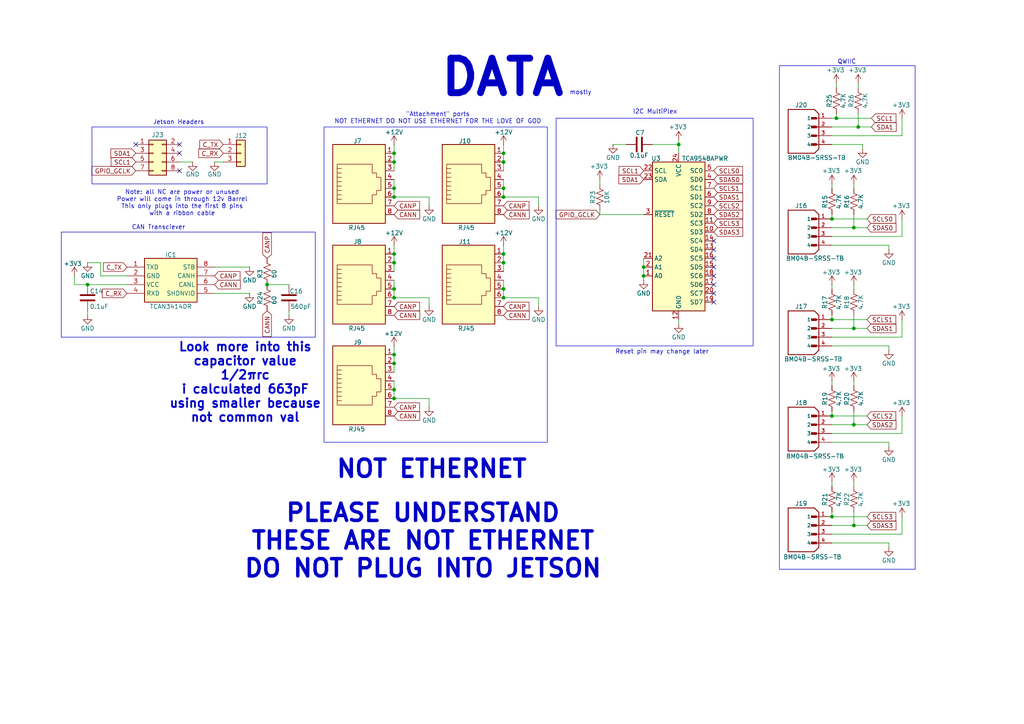
<source format=kicad_sch>
(kicad_sch (version 20231120) (generator "eeschema") (generator_version "8.0")
  (paper "A4")
  (title_block (title "Main Board 2024-2025") (rev "1.1") (company "GRR") (comment 1 "Currently WIP") (comment 2 "Please check CAN capacitor value"))
  (lib_symbols
    (symbol "Connector:RJ45" (pin_names (offset 1.016))
      (property "Reference" "J" (at -5.08 13.97 0))
      (property "Value" "RJ45" (at 2.54 13.97 0))
      (symbol "RJ45_0_1"
        (polyline (pts (xy -5.08 4.445) (xy -6.35 4.445)))
        (polyline (pts (xy -5.08 5.715) (xy -6.35 5.715)))
        (polyline (pts (xy -6.35 -3.175) (xy -5.08 -3.175) (xy -5.08 -3.175)))
        (polyline (pts (xy -6.35 -1.905) (xy -5.08 -1.905) (xy -5.08 -1.905)))
        (polyline (pts (xy -6.35 -0.635) (xy -5.08 -0.635) (xy -5.08 -0.635)))
        (polyline (pts (xy -6.35 0.635) (xy -5.08 0.635) (xy -5.08 0.635)))
        (polyline (pts (xy -6.35 1.905) (xy -5.08 1.905) (xy -5.08 1.905)))
        (polyline (pts (xy -5.08 3.175) (xy -6.35 3.175) (xy -6.35 3.175)))
        (polyline (pts (xy -6.35 -4.445) (xy -6.35 6.985) (xy 3.81 6.985) (xy 3.81 4.445) (xy 5.08 4.445) (xy 5.08 3.175) (xy 6.35 3.175) (xy 6.35 -0.635) (xy 5.08 -0.635) (xy 5.08 -1.905) (xy 3.81 -1.905) (xy 3.81 -4.445) (xy -6.35 -4.445) (xy -6.35 -4.445)))
        (rectangle (start 7.62 12.7) (end -7.62 -10.16) (stroke (width 0.254)) (fill (type background)))
      )
      (symbol "RJ45_1_1"
        (pin passive line (at 10.16 -7.62 180) (length 2.54) (name "~") (number "1"))
        (pin passive line (at 10.16 -5.08 180) (length 2.54) (name "~") (number "2"))
        (pin passive line (at 10.16 -2.54 180) (length 2.54) (name "~") (number "3"))
        (pin passive line (at 10.16 0 180) (length 2.54) (name "~") (number "4"))
        (pin passive line (at 10.16 2.54 180) (length 2.54) (name "~") (number "5"))
        (pin passive line (at 10.16 5.08 180) (length 2.54) (name "~") (number "6"))
        (pin passive line (at 10.16 7.62 180) (length 2.54) (name "~") (number "7"))
        (pin passive line (at 10.16 10.16 180) (length 2.54) (name "~") (number "8"))
      )
    )
    (symbol "Connector_Generic:Conn_01x03" (pin_names (offset 1.016) hide)
      (property "Reference" "J" (at 0 5.08 0))
      (property "Value" "Conn_01x03" (at 0 -5.08 0))
      (symbol "Conn_01x03_1_1"
        (rectangle (start -1.27 -2.413) (end 0 -2.667) (stroke (width 0.1524)))
        (rectangle (start -1.27 0.127) (end 0 -0.127) (stroke (width 0.1524)))
        (rectangle (start -1.27 2.667) (end 0 2.413) (stroke (width 0.1524)))
        (rectangle (start -1.27 3.81) (end 1.27 -3.81) (stroke (width 0.254)) (fill (type background)))
        (pin passive line (at -5.08 2.54 0) (length 3.81) (name "Pin_1") (number "1"))
        (pin passive line (at -5.08 0 0) (length 3.81) (name "Pin_2") (number "2"))
        (pin passive line (at -5.08 -2.54 0) (length 3.81) (name "Pin_3") (number "3"))
      )
    )
    (symbol "Connector_Generic:Conn_02x04_Odd_Even" (pin_names (offset 1.016) hide)
      (property "Reference" "J" (at 1.27 5.08 0))
      (property "Value" "Conn_02x04_Odd_Even" (at 1.27 -7.62 0))
      (symbol "Conn_02x04_Odd_Even_1_1"
        (rectangle (start -1.27 -4.953) (end 0 -5.207) (stroke (width 0.1524)))
        (rectangle (start -1.27 -2.413) (end 0 -2.667) (stroke (width 0.1524)))
        (rectangle (start -1.27 0.127) (end 0 -0.127) (stroke (width 0.1524)))
        (rectangle (start -1.27 2.667) (end 0 2.413) (stroke (width 0.1524)))
        (rectangle (start -1.27 3.81) (end 3.81 -6.35) (stroke (width 0.254)) (fill (type background)))
        (rectangle (start 3.81 -4.953) (end 2.54 -5.207) (stroke (width 0.1524)))
        (rectangle (start 3.81 -2.413) (end 2.54 -2.667) (stroke (width 0.1524)))
        (rectangle (start 3.81 0.127) (end 2.54 -0.127) (stroke (width 0.1524)))
        (rectangle (start 3.81 2.667) (end 2.54 2.413) (stroke (width 0.1524)))
        (pin passive line (at -5.08 2.54 0) (length 3.81) (name "Pin_1") (number "1"))
        (pin passive line (at 7.62 2.54 180) (length 3.81) (name "Pin_2") (number "2"))
        (pin passive line (at -5.08 0 0) (length 3.81) (name "Pin_3") (number "3"))
        (pin passive line (at 7.62 0 180) (length 3.81) (name "Pin_4") (number "4"))
        (pin passive line (at -5.08 -2.54 0) (length 3.81) (name "Pin_5") (number "5"))
        (pin passive line (at 7.62 -2.54 180) (length 3.81) (name "Pin_6") (number "6"))
        (pin passive line (at -5.08 -5.08 0) (length 3.81) (name "Pin_7") (number "7"))
        (pin passive line (at 7.62 -5.08 180) (length 3.81) (name "Pin_8") (number "8"))
      )
    )
    (symbol "Device:C" (pin_numbers hide) (pin_names (offset 0.254))
      (property "Reference" "C" (at 0.635 2.54 0))
      (property "Value" "C" (at 0.635 -2.54 0))
      (symbol "C_0_1"
        (polyline (pts (xy -2.032 -0.762) (xy 2.032 -0.762)) (stroke (width 0.508)))
        (polyline (pts (xy -2.032 0.762) (xy 2.032 0.762)) (stroke (width 0.508)))
      )
      (symbol "C_1_1"
        (pin passive line (at 0 3.81 270) (length 2.794) (name "~") (number "1"))
        (pin passive line (at 0 -3.81 90) (length 2.794) (name "~") (number "2"))
      )
    )
    (symbol "Device:R_US" (pin_numbers hide) (pin_names (offset 0))
      (property "Reference" "R" (at 2.54 0 90))
      (property "Value" "R_US" (at -2.54 0 90))
      (symbol "R_US_0_1"
        (polyline (pts (xy 0 -2.286) (xy 0 -2.54)))
        (polyline (pts (xy 0 2.286) (xy 0 2.54)))
        (polyline (pts (xy 0 -0.762) (xy 1.016 -1.143) (xy 0 -1.524) (xy -1.016 -1.905) (xy 0 -2.286)))
        (polyline (pts (xy 0 0.762) (xy 1.016 0.381) (xy 0 0) (xy -1.016 -0.381) (xy 0 -0.762)))
        (polyline (pts (xy 0 2.286) (xy 1.016 1.905) (xy 0 1.524) (xy -1.016 1.143) (xy 0 0.762)))
      )
      (symbol "R_US_1_1"
        (pin passive line (at 0 3.81 270) (length 1.27) (name "~") (number "1"))
        (pin passive line (at 0 -3.81 90) (length 1.27) (name "~") (number "2"))
      )
    )
    (symbol "Interface_Expansion:TCA9548APWR"
      (property "Reference" "U" (at -7.62 21.59 0))
      (property "Value" "TCA9548APWR" (at 1.016 21.59 0))
      (symbol "TCA9548APWR_0_1"
        (rectangle (start -7.62 20.32) (end 7.62 -22.86) (stroke (width 0.254)) (fill (type background)))
      )
      (symbol "TCA9548APWR_1_1"
        (pin input line (at -10.16 -12.7 0) (length 2.54) (name "A0") (number "1"))
        (pin bidirectional line (at 10.16 0 180) (length 2.54) (name "SD3") (number "10"))
        (pin output line (at 10.16 2.54 180) (length 2.54) (name "SC3") (number "11"))
        (pin power_in line (at 0 -25.4 90) (length 2.54) (name "GND") (number "12"))
        (pin bidirectional line (at 10.16 -5.08 180) (length 2.54) (name "SD4") (number "13"))
        (pin output line (at 10.16 -2.54 180) (length 2.54) (name "SC4") (number "14"))
        (pin bidirectional line (at 10.16 -10.16 180) (length 2.54) (name "SD5") (number "15"))
        (pin output line (at 10.16 -7.62 180) (length 2.54) (name "SC5") (number "16"))
        (pin bidirectional line (at 10.16 -15.24 180) (length 2.54) (name "SD6") (number "17"))
        (pin output line (at 10.16 -12.7 180) (length 2.54) (name "SC6") (number "18"))
        (pin bidirectional line (at 10.16 -20.32 180) (length 2.54) (name "SD7") (number "19"))
        (pin input line (at -10.16 -10.16 0) (length 2.54) (name "A1") (number "2"))
        (pin output line (at 10.16 -17.78 180) (length 2.54) (name "SC7") (number "20"))
        (pin input line (at -10.16 -7.62 0) (length 2.54) (name "A2") (number "21"))
        (pin input line (at -10.16 17.78 0) (length 2.54) (name "SCL") (number "22"))
        (pin bidirectional line (at -10.16 15.24 0) (length 2.54) (name "SDA") (number "23"))
        (pin power_in line (at 0 22.86 270) (length 2.54) (name "VCC") (number "24"))
        (pin input line (at -10.16 5.08 0) (length 2.54) (name "~{RESET}") (number "3"))
        (pin bidirectional line (at 10.16 15.24 180) (length 2.54) (name "SD0") (number "4"))
        (pin output line (at 10.16 17.78 180) (length 2.54) (name "SC0") (number "5"))
        (pin bidirectional line (at 10.16 10.16 180) (length 2.54) (name "SD1") (number "6"))
        (pin output line (at 10.16 12.7 180) (length 2.54) (name "SC1") (number "7"))
        (pin bidirectional line (at 10.16 5.08 180) (length 2.54) (name "SD2") (number "8"))
        (pin output line (at 10.16 7.62 180) (length 2.54) (name "SC2") (number "9"))
      )
    )
    (symbol "QWIIC:PRT-14417" (pin_names (offset 1.016))
      (property "Reference" "J" (at -2.54 8.382 0))
      (property "Value" "PRT-14417" (at -2.54 -7.62 0))
      (symbol "PRT-14417_0_0"
        (rectangle (start -3.175 -2.8575) (end -1.5875 -2.2225) (stroke (width 0.1)) (fill (type outline)))
        (rectangle (start -3.175 -0.3175) (end -1.5875 0.3175) (stroke (width 0.1)) (fill (type outline)))
        (rectangle (start -3.175 2.2225) (end -1.5875 2.8575) (stroke (width 0.1)) (fill (type outline)))
        (rectangle (start -3.175 4.7625) (end -1.5875 5.3975) (stroke (width 0.1)) (fill (type outline)))
        (polyline (pts (xy -3.81 -3.81) (xy -2.54 -5.08)) (stroke (width 0.254)))
        (polyline (pts (xy -3.81 6.35) (xy -3.81 -3.81)) (stroke (width 0.254)))
        (polyline (pts (xy -3.81 6.35) (xy -2.54 7.62)) (stroke (width 0.254)))
        (polyline (pts (xy -2.54 -5.08) (xy 5.08 -5.08)) (stroke (width 0.254)))
        (polyline (pts (xy 5.08 -5.08) (xy 5.08 7.62)) (stroke (width 0.254)))
        (polyline (pts (xy 5.08 7.62) (xy -2.54 7.62)) (stroke (width 0.254)))
        (pin passive line (at -7.62 5.08 0) (length 5.08) (name "1") (number "1"))
        (pin passive line (at -7.62 2.54 0) (length 5.08) (name "2") (number "2"))
        (pin passive line (at -7.62 0 0) (length 5.08) (name "3") (number "3"))
        (pin passive line (at -7.62 -2.54 0) (length 5.08) (name "4") (number "4"))
      )
    )
    (symbol "TCAN3414DR:TCAN3414DR"
      (property "Reference" "IC1" (at 12.7 6.35 0))
      (property "Value" "TCAN3414DR" (at 12.7 3.81 0))
      (symbol "TCAN3414DR_1_1"
        (rectangle (start 5.08 2.54) (end 20.32 -10.16) (stroke (width 0.254)) (fill (type background)))
        (pin passive line (at 0 0 0) (length 5.08) (name "TXD") (number "1"))
        (pin passive line (at 0 -2.54 0) (length 5.08) (name "GND") (number "2"))
        (pin passive line (at 0 -5.08 0) (length 5.08) (name "VCC") (number "3"))
        (pin passive line (at 0 -7.62 0) (length 5.08) (name "RXD") (number "4"))
        (pin passive line (at 25.4 -7.62 180) (length 5.08) (name "SHDNVIO") (number "5"))
        (pin passive line (at 25.4 -5.08 180) (length 5.08) (name "CANL") (number "6"))
        (pin passive line (at 25.4 -2.54 180) (length 5.08) (name "CANH") (number "7"))
        (pin passive line (at 25.4 0 180) (length 5.08) (name "STB") (number "8"))
      )
    )
    (symbol "power:+12V" (power) (pin_numbers hide) (pin_names (offset 0) hide)
      (property "Value" "+12V" (at 0 3.556 0))
      (symbol "+12V_0_1"
        (polyline (pts (xy -0.762 1.27) (xy 0 2.54)))
        (polyline (pts (xy 0 0) (xy 0 2.54)))
        (polyline (pts (xy 0 2.54) (xy 0.762 1.27)))
      )
      (symbol "+12V_1_1"
        (pin power_in line (at 0 0 90) (length 0) (name "~") (number "1"))
      )
    )
    (symbol "power:+3V3" (power) (pin_numbers hide) (pin_names (offset 0) hide)
      (property "Value" "+3V3" (at 0 3.556 0))
      (symbol "+3V3_0_1"
        (polyline (pts (xy -0.762 1.27) (xy 0 2.54)))
        (polyline (pts (xy 0 0) (xy 0 2.54)))
        (polyline (pts (xy 0 2.54) (xy 0.762 1.27)))
      )
      (symbol "+3V3_1_1"
        (pin power_in line (at 0 0 90) (length 0) (name "~") (number "1"))
      )
    )
    (symbol "power:GND" (power) (pin_numbers hide) (pin_names (offset 0) hide)
      (property "Value" "GND" (at 0 -3.81 0))
      (symbol "GND_0_1"
        (polyline (pts (xy 0 0) (xy 0 -1.27) (xy 1.27 -1.27) (xy 0 -2.54) (xy -1.27 -1.27) (xy 0 -1.27)))
      )
      (symbol "GND_1_1"
        (pin power_in line (at 0 0 270) (length 0) (name "~") (number "1"))
      )
    )
  )
  (junction (at 186.69 77.47))
  (junction (at 114.3 73.66))
  (junction (at 247.65 123.19))
  (junction (at 114.3 83.82))
  (junction (at 25.4 82.55))
  (junction (at 114.3 46.99))
  (junction (at 114.3 105.41))
  (junction (at 114.3 76.2))
  (junction (at 114.3 57.15))
  (junction (at 146.05 44.45))
  (junction (at 146.05 76.2))
  (junction (at 186.69 80.01))
  (junction (at 146.05 46.99))
  (junction (at 241.3 92.71))
  (junction (at 77.47 82.55))
  (junction (at 247.65 66.04))
  (junction (at 114.3 115.57))
  (junction (at 114.3 44.45))
  (junction (at 196.85 41.91))
  (junction (at 114.3 113.03))
  (junction (at 146.05 86.36))
  (junction (at 146.05 57.15))
  (junction (at 146.05 54.61))
  (junction (at 241.3 120.65))
  (junction (at 248.92 36.83))
  (junction (at 241.3 149.86))
  (junction (at 114.3 54.61))
  (junction (at 146.05 83.82))
  (junction (at 247.65 95.25))
  (junction (at 114.3 102.87))
  (junction (at 247.65 152.4))
  (junction (at 242.57 34.29))
  (junction (at 114.3 86.36))
  (junction (at 146.05 73.66))
  (junction (at 241.3 63.5))
  (no_connect (at 52.07 49.53))
  (no_connect (at 39.37 41.91))
  (no_connect (at 207.01 82.55))
  (no_connect (at 207.01 74.93))
  (no_connect (at 52.07 44.45))
  (no_connect (at 207.01 77.47))
  (no_connect (at 207.01 87.63))
  (no_connect (at 207.01 80.01))
  (no_connect (at 52.07 41.91))
  (no_connect (at 207.01 69.85))
  (no_connect (at 207.01 85.09))
  (no_connect (at 207.01 72.39))
  (wire (pts (xy 146.05 76.2) (xy 146.05 78.74)))
  (wire (pts (xy 114.3 76.2) (xy 114.3 78.74)))
  (wire (pts (xy 261.62 68.58) (xy 241.3 68.58)))
  (wire (pts (xy 252.73 34.29) (xy 242.57 34.29)))
  (wire (pts (xy 247.65 139.7) (xy 247.65 140.97)))
  (wire (pts (xy 124.46 59.69) (xy 124.46 57.15)))
  (wire (pts (xy 186.69 77.47) (xy 186.69 80.01)))
  (wire (pts (xy 146.05 83.82) (xy 146.05 86.36)))
  (wire (pts (xy 173.99 62.23) (xy 186.69 62.23)))
  (wire (pts (xy 156.21 57.15) (xy 146.05 57.15)))
  (wire (pts (xy 146.05 71.12) (xy 146.05 73.66)))
  (wire (pts (xy 21.59 80.01) (xy 21.59 82.55)))
  (wire (pts (xy 241.3 148.59) (xy 241.3 149.86)))
  (wire (pts (xy 257.81 72.39) (xy 257.81 71.12)))
  (wire (pts (xy 114.3 54.61) (xy 114.3 57.15)))
  (wire (pts (xy 261.62 154.94) (xy 241.3 154.94)))
  (wire (pts (xy 114.3 73.66) (xy 114.3 76.2)))
  (wire (pts (xy 241.3 39.37) (xy 261.62 39.37)))
  (wire (pts (xy 261.62 34.29) (xy 261.62 39.37)))
  (wire (pts (xy 173.99 52.07) (xy 173.99 53.34)))
  (wire (pts (xy 114.3 81.28) (xy 114.3 83.82)))
  (wire (pts (xy 62.23 46.99) (xy 64.77 46.99)))
  (wire (pts (xy 114.3 44.45) (xy 114.3 46.99)))
  (wire (pts (xy 247.65 91.44) (xy 247.65 95.25)))
  (wire (pts (xy 241.3 53.34) (xy 241.3 54.61)))
  (wire (pts (xy 247.65 53.34) (xy 247.65 54.61)))
  (wire (pts (xy 241.3 119.38) (xy 241.3 120.65)))
  (wire (pts (xy 247.65 66.04) (xy 241.3 66.04)))
  (wire (pts (xy 114.3 52.07) (xy 114.3 54.61)))
  (wire (pts (xy 261.62 125.73) (xy 241.3 125.73)))
  (wire (pts (xy 257.81 71.12) (xy 241.3 71.12)))
  (wire (pts (xy 251.46 152.4) (xy 247.65 152.4)))
  (wire (pts (xy 114.3 41.91) (xy 114.3 44.45)))
  (wire (pts (xy 241.3 62.23) (xy 241.3 63.5)))
  (wire (pts (xy 55.88 46.99) (xy 52.07 46.99)))
  (wire (pts (xy 114.3 113.03) (xy 114.3 115.57)))
  (wire (pts (xy 25.4 82.55) (xy 36.83 82.55)))
  (wire (pts (xy 124.46 115.57) (xy 114.3 115.57)))
  (wire (pts (xy 241.3 110.49) (xy 241.3 111.76)))
  (wire (pts (xy 247.65 148.59) (xy 247.65 152.4)))
  (wire (pts (xy 251.46 63.5) (xy 241.3 63.5)))
  (wire (pts (xy 257.81 129.54) (xy 257.81 128.27)))
  (wire (pts (xy 252.73 36.83) (xy 248.92 36.83)))
  (wire (pts (xy 186.69 80.01) (xy 186.69 81.28)))
  (wire (pts (xy 251.46 149.86) (xy 241.3 149.86)))
  (wire (pts (xy 146.05 73.66) (xy 146.05 76.2)))
  (wire (pts (xy 124.46 88.9) (xy 124.46 86.36)))
  (wire (pts (xy 251.46 120.65) (xy 241.3 120.65)))
  (wire (pts (xy 25.4 76.2) (xy 29.21 76.2)))
  (wire (pts (xy 250.19 41.91) (xy 241.3 41.91)))
  (wire (pts (xy 156.21 88.9) (xy 156.21 86.36)))
  (wire (pts (xy 261.62 149.86) (xy 261.62 154.94)))
  (wire (pts (xy 146.05 46.99) (xy 146.05 49.53)))
  (wire (pts (xy 247.65 95.25) (xy 241.3 95.25)))
  (wire (pts (xy 242.57 34.29) (xy 241.3 34.29)))
  (wire (pts (xy 257.81 100.33) (xy 241.3 100.33)))
  (wire (pts (xy 146.05 81.28) (xy 146.05 83.82)))
  (wire (pts (xy 114.3 105.41) (xy 114.3 107.95)))
  (wire (pts (xy 251.46 95.25) (xy 247.65 95.25)))
  (wire (pts (xy 72.39 77.47) (xy 62.23 77.47)))
  (wire (pts (xy 247.65 62.23) (xy 247.65 66.04)))
  (wire (pts (xy 186.69 74.93) (xy 186.69 77.47)))
  (wire (pts (xy 156.21 86.36) (xy 146.05 86.36)))
  (wire (pts (xy 257.81 157.48) (xy 241.3 157.48)))
  (wire (pts (xy 83.82 91.44) (xy 83.82 90.17)))
  (wire (pts (xy 241.3 82.55) (xy 241.3 83.82)))
  (wire (pts (xy 261.62 120.65) (xy 261.62 125.73)))
  (wire (pts (xy 72.39 85.09) (xy 62.23 85.09)))
  (wire (pts (xy 261.62 92.71) (xy 261.62 97.79)))
  (wire (pts (xy 247.65 152.4) (xy 241.3 152.4)))
  (wire (pts (xy 247.65 110.49) (xy 247.65 111.76)))
  (wire (pts (xy 77.47 82.55) (xy 83.82 82.55)))
  (wire (pts (xy 242.57 33.02) (xy 242.57 34.29)))
  (wire (pts (xy 247.65 123.19) (xy 241.3 123.19)))
  (wire (pts (xy 257.81 128.27) (xy 241.3 128.27)))
  (wire (pts (xy 241.3 139.7) (xy 241.3 140.97)))
  (wire (pts (xy 114.3 46.99) (xy 114.3 49.53)))
  (wire (pts (xy 114.3 102.87) (xy 114.3 105.41)))
  (wire (pts (xy 257.81 158.75) (xy 257.81 157.48)))
  (wire (pts (xy 146.05 54.61) (xy 146.05 57.15)))
  (wire (pts (xy 257.81 101.6) (xy 257.81 100.33)))
  (wire (pts (xy 251.46 123.19) (xy 247.65 123.19)))
  (wire (pts (xy 248.92 36.83) (xy 241.3 36.83)))
  (wire (pts (xy 189.23 41.91) (xy 196.85 41.91)))
  (wire (pts (xy 261.62 63.5) (xy 261.62 68.58)))
  (wire (pts (xy 124.46 57.15) (xy 114.3 57.15)))
  (wire (pts (xy 21.59 82.55) (xy 25.4 82.55)))
  (wire (pts (xy 261.62 97.79) (xy 241.3 97.79)))
  (wire (pts (xy 248.92 33.02) (xy 248.92 36.83)))
  (wire (pts (xy 196.85 93.98) (xy 196.85 92.71)))
  (wire (pts (xy 196.85 41.91) (xy 196.85 44.45)))
  (wire (pts (xy 241.3 91.44) (xy 241.3 92.71)))
  (wire (pts (xy 146.05 41.91) (xy 146.05 44.45)))
  (wire (pts (xy 124.46 86.36) (xy 114.3 86.36)))
  (wire (pts (xy 114.3 71.12) (xy 114.3 73.66)))
  (wire (pts (xy 114.3 83.82) (xy 114.3 86.36)))
  (wire (pts (xy 247.65 82.55) (xy 247.65 83.82)))
  (wire (pts (xy 177.8 41.91) (xy 181.61 41.91)))
  (wire (pts (xy 29.21 76.2) (xy 29.21 80.01)))
  (wire (pts (xy 242.57 24.13) (xy 242.57 25.4)))
  (wire (pts (xy 251.46 66.04) (xy 247.65 66.04)))
  (wire (pts (xy 114.3 110.49) (xy 114.3 113.03)))
  (wire (pts (xy 124.46 118.11) (xy 124.46 115.57)))
  (wire (pts (xy 248.92 24.13) (xy 248.92 25.4)))
  (wire (pts (xy 250.19 43.18) (xy 250.19 41.91)))
  (wire (pts (xy 146.05 44.45) (xy 146.05 46.99)))
  (wire (pts (xy 173.99 60.96) (xy 173.99 62.23)))
  (wire (pts (xy 251.46 92.71) (xy 241.3 92.71)))
  (wire (pts (xy 156.21 59.69) (xy 156.21 57.15)))
  (wire (pts (xy 29.21 80.01) (xy 36.83 80.01)))
  (wire (pts (xy 146.05 52.07) (xy 146.05 54.61)))
  (wire (pts (xy 114.3 100.33) (xy 114.3 102.87)))
  (wire (pts (xy 247.65 119.38) (xy 247.65 123.19)))
  (wire (pts (xy 196.85 40.64) (xy 196.85 41.91)))
  (wire (pts (xy 25.4 91.44) (xy 25.4 90.17)))
  (rectangle (start 17.78 67.31) (end 91.44 97.79))
  (rectangle (start 226.06 19.05) (end 265.43 165.1))
  (rectangle (start 26.67 36.83) (end 77.47 53.34))
  (rectangle (start 93.98 36.83) (end 158.75 128.27))
  (rectangle (start 161.29 34.29) (end 218.44 100.33))
  (text "Look more into this\ncapacitor value\n1/2πrc\ni calculated 663pF\nusing smaller because\nnot common val" (at 71.12 110.998 0) (effects (font (size 2.54 2.54) (thickness 0.508) (bold yes))))
  (text "mostly" (at 168.402 26.924 0) (effects (font (size 1.27 1.27))))
  (text "Note: all NC are power or unused\nPower will come in through 12v Barrel\nThis only plugs into the first 8 pins\nwith a ribbon cable" (at 52.832 58.928 0) (effects (font (size 1.27 1.27))))
  (text "CAN Transciever" (at 45.974 66.04 0) (effects (font (size 1.27 1.27))))
  (text "Jetson Headers" (at 51.816 35.56 0) (effects (font (size 1.27 1.27))))
  (text "\"Attachment\" ports\nNOT ETHERNET DO NOT USE ETHERNET FOR THE LOVE OF GOD" (at 127 34.29 0) (effects (font (size 1.27 1.27))))
  (text "DATA" (at 145.796 22.606 0) (effects (font (size 10 10) (thickness 2) (bold yes))))
  (text "I2C MultiPlex" (at 189.992 32.512 0) (effects (font (size 1.27 1.27))))
  (text "NOT ETHERNET" (at 125.222 136.144 0) (effects (font (size 5 5) (thickness 1) (bold yes))))
  (text "PLEASE UNDERSTAND\nTHESE ARE NOT ETHERNET\nDO NOT PLUG INTO JETSON" (at 122.682 156.972 0) (effects (font (size 5 5) (thickness 1) (bold yes))))
  (text "QWIIC" (at 245.618 18.034 0) (effects (font (size 1.27 1.27))))
  (text "Reset pin may change later" (at 192.024 102.108 0) (effects (font (size 1.27 1.27))))
  (global_label "SCLS3" (shape input) (at 251.46 149.86 0) (property "Intersheetrefs" "${INTERSHEET_REFS}" (effects (hide yes))))
  (global_label "CANN" (shape input) (at 114.3 120.65 0) (property "Intersheetrefs" "${INTERSHEET_REFS}" (effects (hide yes))))
  (global_label "SCL1" (shape input) (at 186.69 49.53 180) (property "Intersheetrefs" "${INTERSHEET_REFS}" (effects (hide yes))))
  (global_label "CANP" (shape input) (at 146.05 88.9 0) (property "Intersheetrefs" "${INTERSHEET_REFS}" (effects (hide yes))))
  (global_label "SCLS2" (shape input) (at 251.46 120.65 0) (property "Intersheetrefs" "${INTERSHEET_REFS}" (effects (hide yes))))
  (global_label "SCL1" (shape input) (at 252.73 34.29 0) (property "Intersheetrefs" "${INTERSHEET_REFS}" (effects (hide yes))))
  (global_label "CANP" (shape input) (at 62.23 80.01 0) (property "Intersheetrefs" "${INTERSHEET_REFS}" (effects (hide yes))))
  (global_label "SDAS2" (shape input) (at 207.01 62.23 0) (property "Intersheetrefs" "${INTERSHEET_REFS}" (effects (hide yes))))
  (global_label "CANN" (shape input) (at 114.3 62.23 0) (property "Intersheetrefs" "${INTERSHEET_REFS}" (effects (hide yes))))
  (global_label "C_TX" (shape input) (at 36.83 77.47 180) (property "Intersheetrefs" "${INTERSHEET_REFS}" (effects (hide yes))))
  (global_label "CANP" (shape input) (at 114.3 88.9 0) (property "Intersheetrefs" "${INTERSHEET_REFS}" (effects (hide yes))))
  (global_label "SCLS1" (shape input) (at 207.01 54.61 0) (property "Intersheetrefs" "${INTERSHEET_REFS}" (effects (hide yes))))
  (global_label "CANN" (shape input) (at 77.47 90.17 270) (property "Intersheetrefs" "${INTERSHEET_REFS}" (effects (hide yes))))
  (global_label "SCLS0" (shape input) (at 207.01 49.53 0) (property "Intersheetrefs" "${INTERSHEET_REFS}" (effects (hide yes))))
  (global_label "SCLS1" (shape input) (at 251.46 92.71 0) (property "Intersheetrefs" "${INTERSHEET_REFS}" (effects (hide yes))))
  (global_label "SCLS0" (shape input) (at 251.46 63.5 0) (property "Intersheetrefs" "${INTERSHEET_REFS}" (effects (hide yes))))
  (global_label "SDAS1" (shape input) (at 251.46 95.25 0) (property "Intersheetrefs" "${INTERSHEET_REFS}" (effects (hide yes))))
  (global_label "SDA1" (shape input) (at 39.37 44.45 180) (property "Intersheetrefs" "${INTERSHEET_REFS}" (effects (hide yes))))
  (global_label "CANP" (shape input) (at 114.3 118.11 0) (property "Intersheetrefs" "${INTERSHEET_REFS}" (effects (hide yes))))
  (global_label "CANN" (shape input) (at 62.23 82.55 0) (property "Intersheetrefs" "${INTERSHEET_REFS}" (effects (hide yes))))
  (global_label "SCLS3" (shape input) (at 207.01 64.77 0) (property "Intersheetrefs" "${INTERSHEET_REFS}" (effects (hide yes))))
  (global_label "GPIO_GCLK" (shape input) (at 173.99 62.23 180) (property "Intersheetrefs" "${INTERSHEET_REFS}" (effects (hide yes))))
  (global_label "CANN" (shape input) (at 114.3 91.44 0) (property "Intersheetrefs" "${INTERSHEET_REFS}" (effects (hide yes))))
  (global_label "SDAS0" (shape input) (at 207.01 52.07 0) (property "Intersheetrefs" "${INTERSHEET_REFS}" (effects (hide yes))))
  (global_label "C_RX" (shape input) (at 64.77 44.45 180) (property "Intersheetrefs" "${INTERSHEET_REFS}" (effects (hide yes))))
  (global_label "SDAS3" (shape input) (at 207.01 67.31 0) (property "Intersheetrefs" "${INTERSHEET_REFS}" (effects (hide yes))))
  (global_label "GPIO_GCLK" (shape input) (at 39.37 49.53 180) (property "Intersheetrefs" "${INTERSHEET_REFS}" (effects (hide yes))))
  (global_label "SDA1" (shape input) (at 186.69 52.07 180) (property "Intersheetrefs" "${INTERSHEET_REFS}" (effects (hide yes))))
  (global_label "C_TX" (shape input) (at 64.77 41.91 180) (property "Intersheetrefs" "${INTERSHEET_REFS}" (effects (hide yes))))
  (global_label "SDA1" (shape input) (at 252.73 36.83 0) (property "Intersheetrefs" "${INTERSHEET_REFS}" (effects (hide yes))))
  (global_label "CANP" (shape input) (at 146.05 59.69 0) (property "Intersheetrefs" "${INTERSHEET_REFS}" (effects (hide yes))))
  (global_label "C_RX" (shape input) (at 36.83 85.09 180) (property "Intersheetrefs" "${INTERSHEET_REFS}" (effects (hide yes))))
  (global_label "SDAS2" (shape input) (at 251.46 123.19 0) (property "Intersheetrefs" "${INTERSHEET_REFS}" (effects (hide yes))))
  (global_label "SDAS1" (shape input) (at 207.01 57.15 0) (property "Intersheetrefs" "${INTERSHEET_REFS}" (effects (hide yes))))
  (global_label "CANP" (shape input) (at 77.47 74.93 90) (property "Intersheetrefs" "${INTERSHEET_REFS}" (effects (hide yes))))
  (global_label "SDAS0" (shape input) (at 251.46 66.04 0) (property "Intersheetrefs" "${INTERSHEET_REFS}" (effects (hide yes))))
  (global_label "CANN" (shape input) (at 146.05 62.23 0) (property "Intersheetrefs" "${INTERSHEET_REFS}" (effects (hide yes))))
  (global_label "SCLS2" (shape input) (at 207.01 59.69 0) (property "Intersheetrefs" "${INTERSHEET_REFS}" (effects (hide yes))))
  (global_label "CANN" (shape input) (at 146.05 91.44 0) (property "Intersheetrefs" "${INTERSHEET_REFS}" (effects (hide yes))))
  (global_label "CANP" (shape input) (at 114.3 59.69 0) (property "Intersheetrefs" "${INTERSHEET_REFS}" (effects (hide yes))))
  (global_label "SDAS3" (shape input) (at 251.46 152.4 0) (property "Intersheetrefs" "${INTERSHEET_REFS}" (effects (hide yes))))
  (global_label "SCL1" (shape input) (at 39.37 46.99 180) (property "Intersheetrefs" "${INTERSHEET_REFS}" (effects (hide yes))))
  (symbol (lib_id "power:GND") (at 62.23 46.99 0) (unit 1)
    (property "Reference" "#PWR045" (effects (hide yes)))
    (property "Value" "GND" (at 62.23 50.546 0))
    (property "Description" "Power symbol creates a global label with name \"GND\" , ground" (effects (hide yes)))
  )
  (symbol (lib_id "Device:C") (at 83.82 86.36 0) (unit 1)
    (property "Reference" "C16" (at 83.947 84.4549 0) (effects (justify left)))
    (property "Value" "560pF" (at 84.201 88.8999 0) (effects (justify left)))
    (property "Footprint" "Capacitor_SMD:C_0805_2012Metric_Pad1.18x1.45mm_HandSolder" (effects (hide yes)))
    (property "Description" "Unpolarized capacitor" (effects (hide yes)))
  )
  (symbol (lib_id "Connector:RJ45") (at 104.14 81.28 0) (mirror x) (unit 1)
    (property "Reference" "J8" (at 104.902 70.1039 0) (effects (justify right)))
    (property "Value" "RJ45" (at 105.918 95.2499 0) (effects (justify right)))
    (property "Footprint" "Connector_RJ:RJ45_OST_PJ012-8P8CX_Vertical" (effects (hide yes)))
    (property "Description" "RJ connector, 8P8C (8 positions 8 connected)" (effects (hide yes)))
  )
  (symbol (lib_id "Connector:RJ45") (at 135.89 52.07 0) (mirror x) (unit 1)
    (property "Reference" "J10" (at 136.652 40.8939 0) (effects (justify right)))
    (property "Value" "RJ45" (at 137.668 66.0399 0) (effects (justify right)))
    (property "Footprint" "Connector_RJ:RJ45_OST_PJ012-8P8CX_Vertical" (effects (hide yes)))
    (property "Description" "RJ connector, 8P8C (8 positions 8 connected)" (effects (hide yes)))
  )
  (symbol (lib_id "Device:R_US") (at 241.3 115.57 0) (unit 1)
    (property "Reference" "R19" (at 239.268 117.6019 90) (effects (justify left)))
    (property "Value" "4.7K" (at 243.332 117.8559 90) (effects (justify left)))
    (property "Footprint" "Resistor_SMD:R_0805_2012Metric_Pad1.20x1.40mm_HandSolder" (effects (hide yes)))
    (property "Description" "Resistor, US symbol" (effects (hide yes)))
  )
  (symbol (lib_id "power:+3V3") (at 242.57 24.13 0) (unit 1)
    (property "Reference" "#PWR047" (effects (hide yes)))
    (property "Value" "+3V3" (at 242.316 20.32 0))
    (property "Description" "Power symbol creates a global label with name \"+3V3\"" (effects (hide yes)))
  )
  (symbol (lib_id "power:+12V") (at 114.3 71.12 0) (unit 1)
    (property "Reference" "#PWR037" (effects (hide yes)))
    (property "Value" "+12V" (at 114.3 67.564 0))
    (property "Description" "Power symbol creates a global label with name \"+12V\"" (effects (hide yes)))
  )
  (symbol (lib_id "power:+12V") (at 146.05 71.12 0) (unit 1)
    (property "Reference" "#PWR042" (effects (hide yes)))
    (property "Value" "+12V" (at 146.05 67.564 0))
    (property "Description" "Power symbol creates a global label with name \"+12V\"" (effects (hide yes)))
  )
  (symbol (lib_id "power:GND") (at 25.4 76.2 0) (unit 1)
    (property "Reference" "#PWR054" (effects (hide yes)))
    (property "Value" "GND" (at 25.4 80.01 0))
    (property "Description" "Power symbol creates a global label with name \"GND\" , ground" (effects (hide yes)))
  )
  (symbol (lib_id "power:GND") (at 124.46 118.11 0) (unit 1)
    (property "Reference" "#PWR040" (effects (hide yes)))
    (property "Value" "GND" (at 124.46 121.92 0))
    (property "Description" "Power symbol creates a global label with name \"GND\" , ground" (effects (hide yes)))
  )
  (symbol (lib_id "power:GND") (at 124.46 88.9 0) (unit 1)
    (property "Reference" "#PWR039" (effects (hide yes)))
    (property "Value" "GND" (at 124.46 92.71 0))
    (property "Description" "Power symbol creates a global label with name \"GND\" , ground" (effects (hide yes)))
  )
  (symbol (lib_id "Connector_Generic:Conn_02x04_Odd_Even") (at 44.45 44.45 0) (unit 1)
    (property "Reference" "J23" (at 45.72 39.116 0))
    (property "Value" "Conn_02x04_Odd_Even" (effects (hide yes)))
    (property "Footprint" "Connector_PinHeader_2.54mm:PinHeader_2x04_P2.54mm_Vertical" (effects (hide yes)))
    (property "Description" "Generic connector, double row, 02x04, odd/even pin numbering scheme (row 1 odd numbers, row 2 even numbers), script generated (kicad-library-utils/schlib/autogen/connector/)" (effects (hide yes)))
  )
  (symbol (lib_id "power:GND") (at 25.4 91.44 0) (unit 1)
    (property "Reference" "#PWR055" (effects (hide yes)))
    (property "Value" "GND" (at 25.4 95.25 0))
    (property "Description" "Power symbol creates a global label with name \"GND\" , ground" (effects (hide yes)))
  )
  (symbol (lib_id "Device:R_US") (at 247.65 115.57 0) (unit 1)
    (property "Reference" "R20" (at 245.618 117.6019 90) (effects (justify left)))
    (property "Value" "4.7K" (at 249.682 117.8559 90) (effects (justify left)))
    (property "Footprint" "Resistor_SMD:R_0805_2012Metric_Pad1.20x1.40mm_HandSolder" (effects (hide yes)))
    (property "Description" "Resistor, US symbol" (effects (hide yes)))
  )
  (symbol (lib_id "power:GND") (at 257.81 101.6 0) (unit 1)
    (property "Reference" "#PWR073" (effects (hide yes)))
    (property "Value" "GND" (at 257.81 105.41 0))
    (property "Description" "Power symbol creates a global label with name \"GND\" , ground" (effects (hide yes)))
  )
  (symbol (lib_id "Device:R_US") (at 247.65 58.42 0) (unit 1)
    (property "Reference" "R16" (at 245.618 60.4519 90) (effects (justify left)))
    (property "Value" "4.7K" (at 249.682 60.7059 90) (effects (justify left)))
    (property "Footprint" "Resistor_SMD:R_0805_2012Metric_Pad1.20x1.40mm_HandSolder" (effects (hide yes)))
    (property "Description" "Resistor, US symbol" (effects (hide yes)))
  )
  (symbol (lib_id "power:+3V3") (at 247.65 139.7 0) (unit 1)
    (property "Reference" "#PWR080" (effects (hide yes)))
    (property "Value" "+3V3" (at 247.396 136.144 0))
    (property "Description" "Power symbol creates a global label with name \"+3V3\"" (effects (hide yes)))
  )
  (symbol (lib_id "power:GND") (at 55.88 46.99 0) (unit 1)
    (property "Reference" "#PWR093" (effects (hide yes)))
    (property "Value" "GND" (at 55.88 50.546 0))
    (property "Description" "Power symbol creates a global label with name \"GND\" , ground" (effects (hide yes)))
  )
  (symbol (lib_id "Device:C") (at 185.42 41.91 270) (unit 1)
    (property "Reference" "C7" (at 184.2771 38.481 90) (effects (justify left)))
    (property "Value" "0.1uF" (at 182.6261 45.085 90) (effects (justify left)))
    (property "Footprint" "Capacitor_SMD:C_0805_2012Metric_Pad1.18x1.45mm_HandSolder" (effects (hide yes)))
    (property "Description" "Unpolarized capacitor" (effects (hide yes)))
  )
  (symbol (lib_id "power:+12V") (at 114.3 41.91 0) (unit 1)
    (property "Reference" "#PWR035" (effects (hide yes)))
    (property "Value" "+12V" (at 114.3 38.354 0))
    (property "Description" "Power symbol creates a global label with name \"+12V\"" (effects (hide yes)))
  )
  (symbol (lib_id "power:GND") (at 124.46 59.69 0) (unit 1)
    (property "Reference" "#PWR036" (effects (hide yes)))
    (property "Value" "GND" (at 124.46 63.5 0))
    (property "Description" "Power symbol creates a global label with name \"GND\" , ground" (effects (hide yes)))
  )
  (symbol (lib_id "power:GND") (at 72.39 77.47 0) (unit 1)
    (property "Reference" "#PWR057" (effects (hide yes)))
    (property "Value" "GND" (at 72.39 81.28 0))
    (property "Description" "Power symbol creates a global label with name \"GND\" , ground" (effects (hide yes)))
  )
  (symbol (lib_id "power:+3V3") (at 261.62 120.65 0) (unit 1)
    (property "Reference" "#PWR078" (effects (hide yes)))
    (property "Value" "+3V3" (at 261.366 116.84 0))
    (property "Description" "Power symbol creates a global label with name \"+3V3\"" (effects (hide yes)))
  )
  (symbol (lib_id "QWIIC:PRT-14417") (at 233.68 154.94 0) (mirror y) (unit 1)
    (property "Reference" "J19" (at 234.188 146.0499 0) (effects (justify left)))
    (property "Value" "BM04B-SRSS-TB" (at 244.094 161.5439 0) (effects (justify left)))
    (property "Footprint" "Connector_JST:JST_SH_BM04B-SRSS-TB_1x04-1MP_P1.00mm_Vertical" (effects (hide yes)))
    (property "PARTREV" "NA" (effects (hide yes)))
    (property "STANDARD" "Manufacturer Recommendations" (effects (hide yes)))
    (property "MAXIMUM_PACKAGE_HEIGHT" "2.9 mm" (effects (hide yes)))
    (property "MANUFACTURER" "SparkFun Electronics" (effects (hide yes)))
  )
  (symbol (lib_id "Device:R_US") (at 173.99 57.15 0) (unit 1)
    (property "Reference" "R23" (at 171.958 59.1819 90) (effects (justify left)))
    (property "Value" "10K" (at 176.022 59.1819 90) (effects (justify left)))
    (property "Footprint" "Resistor_SMD:R_0805_2012Metric_Pad1.20x1.40mm_HandSolder" (effects (hide yes)))
    (property "Description" "Resistor, US symbol" (effects (hide yes)))
  )
  (symbol (lib_id "Device:R_US") (at 247.65 144.78 0) (unit 1)
    (property "Reference" "R22" (at 245.618 146.8119 90) (effects (justify left)))
    (property "Value" "4.7K" (at 249.682 147.0659 90) (effects (justify left)))
    (property "Footprint" "Resistor_SMD:R_0805_2012Metric_Pad1.20x1.40mm_HandSolder" (effects (hide yes)))
    (property "Description" "Resistor, US symbol" (effects (hide yes)))
  )
  (symbol (lib_id "Device:R_US") (at 77.47 78.74 0) (unit 1)
    (property "Reference" "R3" (at 75.438 80.7719 90) (effects (justify left)))
    (property "Value" "60" (at 79.502 80.7719 90) (effects (justify left)))
    (property "Footprint" "Resistor_SMD:R_0805_2012Metric_Pad1.20x1.40mm_HandSolder" (effects (hide yes)))
    (property "Description" "Resistor, US symbol" (effects (hide yes)))
  )
  (symbol (lib_id "Connector:RJ45") (at 104.14 110.49 0) (mirror x) (unit 1)
    (property "Reference" "J9" (at 104.902 99.3139 0) (effects (justify right)))
    (property "Value" "RJ45" (at 105.918 124.4599 0) (effects (justify right)))
    (property "Footprint" "Connector_RJ:RJ45_OST_PJ012-8P8CX_Vertical" (effects (hide yes)))
    (property "Description" "RJ connector, 8P8C (8 positions 8 connected)" (effects (hide yes)))
  )
  (symbol (lib_id "power:GND") (at 186.69 81.28 0) (unit 1)
    (property "Reference" "#PWR067" (effects (hide yes)))
    (property "Value" "GND" (at 186.69 85.09 0))
    (property "Description" "Power symbol creates a global label with name \"GND\" , ground" (effects (hide yes)))
  )
  (symbol (lib_id "Device:R_US") (at 241.3 144.78 0) (unit 1)
    (property "Reference" "R21" (at 239.268 146.8119 90) (effects (justify left)))
    (property "Value" "4.7K" (at 243.332 147.0659 90) (effects (justify left)))
    (property "Footprint" "Resistor_SMD:R_0805_2012Metric_Pad1.20x1.40mm_HandSolder" (effects (hide yes)))
    (property "Description" "Resistor, US symbol" (effects (hide yes)))
  )
  (symbol (lib_id "power:GND") (at 156.21 88.9 0) (unit 1)
    (property "Reference" "#PWR044" (effects (hide yes)))
    (property "Value" "GND" (at 156.21 92.71 0))
    (property "Description" "Power symbol creates a global label with name \"GND\" , ground" (effects (hide yes)))
  )
  (symbol (lib_id "power:+3V3") (at 241.3 53.34 0) (unit 1)
    (property "Reference" "#PWR069" (effects (hide yes)))
    (property "Value" "+3V3" (at 241.046 49.53 0))
    (property "Description" "Power symbol creates a global label with name \"+3V3\"" (effects (hide yes)))
  )
  (symbol (lib_id "power:+12V") (at 146.05 41.91 0) (unit 1)
    (property "Reference" "#PWR041" (effects (hide yes)))
    (property "Value" "+12V" (at 146.05 38.354 0))
    (property "Description" "Power symbol creates a global label with name \"+12V\"" (effects (hide yes)))
  )
  (symbol (lib_id "power:+3V3") (at 196.85 40.64 0) (unit 1)
    (property "Reference" "#PWR068" (effects (hide yes)))
    (property "Value" "+3V3" (at 196.596 36.83 0))
    (property "Description" "Power symbol creates a global label with name \"+3V3\"" (effects (hide yes)))
  )
  (symbol (lib_id "power:+3V3") (at 261.62 34.29 0) (unit 1)
    (property "Reference" "#PWR086" (effects (hide yes)))
    (property "Value" "+3V3" (at 261.366 30.48 0))
    (property "Description" "Power symbol creates a global label with name \"+3V3\"" (effects (hide yes)))
  )
  (symbol (lib_id "Connector:RJ45") (at 135.89 81.28 0) (mirror x) (unit 1)
    (property "Reference" "J11" (at 136.652 70.1039 0) (effects (justify right)))
    (property "Value" "RJ45" (at 137.668 95.2499 0) (effects (justify right)))
    (property "Footprint" "Connector_RJ:RJ45_OST_PJ012-8P8CX_Vertical" (effects (hide yes)))
    (property "Description" "RJ connector, 8P8C (8 positions 8 connected)" (effects (hide yes)))
  )
  (symbol (lib_id "power:+3V3") (at 247.65 82.55 0) (unit 1)
    (property "Reference" "#PWR072" (effects (hide yes)))
    (property "Value" "+3V3" (at 247.396 78.994 0))
    (property "Description" "Power symbol creates a global label with name \"+3V3\"" (effects (hide yes)))
  )
  (symbol (lib_id "power:GND") (at 196.85 93.98 0) (unit 1)
    (property "Reference" "#PWR066" (effects (hide yes)))
    (property "Value" "GND" (at 196.85 97.79 0))
    (property "Description" "Power symbol creates a global label with name \"GND\" , ground" (effects (hide yes)))
  )
  (symbol (lib_id "Interface_Expansion:TCA9548APWR") (at 196.85 67.31 0) (unit 1)
    (property "Reference" "U3" (at 188.8841 45.974 0) (effects (justify left)))
    (property "Value" "TCA9548APWR" (at 197.7741 45.974 0) (effects (justify left)))
    (property "Footprint" "Package_SO:TSSOP-24_4.4x7.8mm_P0.65mm" (effects (hide yes)))
    (property "Datasheet" "http://www.ti.com/lit/ds/symlink/tca9548a.pdf" (effects (hide yes)))
    (property "Description" "Low voltage 8-channel I2C switch with reset, TSSOP-24" (effects (hide yes)))
  )
  (symbol (lib_id "QWIIC:PRT-14417") (at 233.68 39.37 0) (mirror y) (unit 1)
    (property "Reference" "J20" (at 234.188 30.4799 0) (effects (justify left)))
    (property "Value" "BM04B-SRSS-TB" (at 245.364 45.7199 0) (effects (justify left)))
    (property "Footprint" "Connector_JST:JST_SH_BM04B-SRSS-TB_1x04-1MP_P1.00mm_Vertical" (effects (hide yes)))
    (property "PARTREV" "NA" (effects (hide yes)))
    (property "STANDARD" "Manufacturer Recommendations" (effects (hide yes)))
    (property "MAXIMUM_PACKAGE_HEIGHT" "2.9 mm" (effects (hide yes)))
    (property "MANUFACTURER" "SparkFun Electronics" (effects (hide yes)))
  )
  (symbol (lib_id "power:+3V3") (at 241.3 82.55 0) (unit 1)
    (property "Reference" "#PWR071" (effects (hide yes)))
    (property "Value" "+3V3" (at 241.046 78.994 0))
    (property "Description" "Power symbol creates a global label with name \"+3V3\"" (effects (hide yes)))
  )
  (symbol (lib_id "power:+3V3") (at 247.65 53.34 0) (unit 1)
    (property "Reference" "#PWR070" (effects (hide yes)))
    (property "Value" "+3V3" (at 247.396 49.53 0))
    (property "Description" "Power symbol creates a global label with name \"+3V3\"" (effects (hide yes)))
  )
  (symbol (lib_id "Device:R_US") (at 242.57 29.21 0) (unit 1)
    (property "Reference" "R25" (at 240.538 31.2419 90) (effects (justify left)))
    (property "Value" "4.7K" (at 244.602 31.4959 90) (effects (justify left)))
    (property "Footprint" "Resistor_SMD:R_0805_2012Metric_Pad1.20x1.40mm_HandSolder" (effects (hide yes)))
    (property "Description" "Resistor, US symbol" (effects (hide yes)))
  )
  (symbol (lib_id "power:GND") (at 156.21 59.69 0) (unit 1)
    (property "Reference" "#PWR043" (effects (hide yes)))
    (property "Value" "GND" (at 156.21 63.5 0))
    (property "Description" "Power symbol creates a global label with name \"GND\" , ground" (effects (hide yes)))
  )
  (symbol (lib_id "Device:R_US") (at 241.3 58.42 0) (unit 1)
    (property "Reference" "R15" (at 239.268 60.4519 90) (effects (justify left)))
    (property "Value" "4.7K" (at 243.332 60.7059 90) (effects (justify left)))
    (property "Footprint" "Resistor_SMD:R_0805_2012Metric_Pad1.20x1.40mm_HandSolder" (effects (hide yes)))
    (property "Description" "Resistor, US symbol" (effects (hide yes)))
  )
  (symbol (lib_id "Connector:RJ45") (at 104.14 52.07 0) (mirror x) (unit 1)
    (property "Reference" "J7" (at 104.902 40.8939 0) (effects (justify right)))
    (property "Value" "RJ45" (at 105.918 66.0399 0) (effects (justify right)))
    (property "Footprint" "Connector_RJ:RJ45_OST_PJ012-8P8CX_Vertical" (effects (hide yes)))
    (property "Description" "RJ connector, 8P8C (8 positions 8 connected)" (effects (hide yes)))
  )
  (symbol (lib_id "power:+3V3") (at 261.62 92.71 0) (unit 1)
    (property "Reference" "#PWR074" (effects (hide yes)))
    (property "Value" "+3V3" (at 261.366 88.9 0))
    (property "Description" "Power symbol creates a global label with name \"+3V3\"" (effects (hide yes)))
  )
  (symbol (lib_id "power:+12V") (at 114.3 100.33 0) (unit 1)
    (property "Reference" "#PWR038" (effects (hide yes)))
    (property "Value" "+12V" (at 114.046 96.774 0))
    (property "Description" "Power symbol creates a global label with name \"+12V\"" (effects (hide yes)))
  )
  (symbol (lib_id "power:+3V3") (at 248.92 24.13 0) (unit 1)
    (property "Reference" "#PWR048" (effects (hide yes)))
    (property "Value" "+3V3" (at 248.666 20.32 0))
    (property "Description" "Power symbol creates a global label with name \"+3V3\"" (effects (hide yes)))
  )
  (symbol (lib_id "Device:R_US") (at 248.92 29.21 0) (unit 1)
    (property "Reference" "R26" (at 246.888 31.2419 90) (effects (justify left)))
    (property "Value" "4.7K" (at 250.952 31.4959 90) (effects (justify left)))
    (property "Footprint" "Resistor_SMD:R_0805_2012Metric_Pad1.20x1.40mm_HandSolder" (effects (hide yes)))
    (property "Description" "Resistor, US symbol" (effects (hide yes)))
  )
  (symbol (lib_id "power:+3V3") (at 173.99 52.07 0) (unit 1)
    (property "Reference" "#PWR083" (effects (hide yes)))
    (property "Value" "+3V3" (at 173.736 48.26 0))
    (property "Description" "Power symbol creates a global label with name \"+3V3\"" (effects (hide yes)))
  )
  (symbol (lib_id "Device:R_US") (at 77.47 86.36 0) (unit 1)
    (property "Reference" "R24" (at 75.438 88.3919 90) (effects (justify left)))
    (property "Value" "60" (at 79.502 88.3919 90) (effects (justify left)))
    (property "Footprint" "Resistor_SMD:R_0805_2012Metric_Pad1.20x1.40mm_HandSolder" (effects (hide yes)))
    (property "Description" "Resistor, US symbol" (effects (hide yes)))
  )
  (symbol (lib_id "QWIIC:PRT-14417") (at 233.68 125.73 0) (mirror y) (unit 1)
    (property "Reference" "J18" (at 234.188 116.8399 0) (effects (justify left)))
    (property "Value" "BM04B-SRSS-TB" (at 244.856 132.3339 0) (effects (justify left)))
    (property "Footprint" "Connector_JST:JST_SH_BM04B-SRSS-TB_1x04-1MP_P1.00mm_Vertical" (effects (hide yes)))
    (property "PARTREV" "NA" (effects (hide yes)))
    (property "STANDARD" "Manufacturer Recommendations" (effects (hide yes)))
    (property "MAXIMUM_PACKAGE_HEIGHT" "2.9 mm" (effects (hide yes)))
    (property "MANUFACTURER" "SparkFun Electronics" (effects (hide yes)))
  )
  (symbol (lib_id "power:GND") (at 72.39 85.09 0) (unit 1)
    (property "Reference" "#PWR056" (effects (hide yes)))
    (property "Value" "GND" (at 72.39 88.9 0))
    (property "Description" "Power symbol creates a global label with name \"GND\" , ground" (effects (hide yes)))
  )
  (symbol (lib_id "power:+3V3") (at 241.3 139.7 0) (unit 1)
    (property "Reference" "#PWR079" (effects (hide yes)))
    (property "Value" "+3V3" (at 241.046 136.144 0))
    (property "Description" "Power symbol creates a global label with name \"+3V3\"" (effects (hide yes)))
  )
  (symbol (lib_id "Device:R_US") (at 241.3 87.63 0) (unit 1)
    (property "Reference" "R17" (at 239.268 89.6619 90) (effects (justify left)))
    (property "Value" "4.7K" (at 243.332 89.9159 90) (effects (justify left)))
    (property "Footprint" "Resistor_SMD:R_0805_2012Metric_Pad1.20x1.40mm_HandSolder" (effects (hide yes)))
    (property "Description" "Resistor, US symbol" (effects (hide yes)))
  )
  (symbol (lib_id "power:GND") (at 250.19 43.18 0) (unit 1)
    (property "Reference" "#PWR085" (effects (hide yes)))
    (property "Value" "GND" (at 250.19 46.99 0))
    (property "Description" "Power symbol creates a global label with name \"GND\" , ground" (effects (hide yes)))
  )
  (symbol (lib_id "power:GND") (at 257.81 129.54 0) (unit 1)
    (property "Reference" "#PWR077" (effects (hide yes)))
    (property "Value" "GND" (at 257.81 133.35 0))
    (property "Description" "Power symbol creates a global label with name \"GND\" , ground" (effects (hide yes)))
  )
  (symbol (lib_id "power:GND") (at 257.81 158.75 0) (unit 1)
    (property "Reference" "#PWR081" (effects (hide yes)))
    (property "Value" "GND" (at 257.81 162.56 0))
    (property "Description" "Power symbol creates a global label with name \"GND\" , ground" (effects (hide yes)))
  )
  (symbol (lib_id "power:+3V3") (at 241.3 110.49 0) (unit 1)
    (property "Reference" "#PWR075" (effects (hide yes)))
    (property "Value" "+3V3" (at 241.046 106.934 0))
    (property "Description" "Power symbol creates a global label with name \"+3V3\"" (effects (hide yes)))
  )
  (symbol (lib_id "power:+3V3") (at 261.62 63.5 0) (unit 1)
    (property "Reference" "#PWR064" (effects (hide yes)))
    (property "Value" "+3V3" (at 261.366 59.69 0))
    (property "Description" "Power symbol creates a global label with name \"+3V3\"" (effects (hide yes)))
  )
  (symbol (lib_id "power:+3V3") (at 21.59 80.01 0) (unit 1)
    (property "Reference" "#PWR053" (effects (hide yes)))
    (property "Value" "+3V3" (at 21.082 76.454 0))
    (property "Description" "Power symbol creates a global label with name \"+3V3\"" (effects (hide yes)))
  )
  (symbol (lib_id "power:GND") (at 83.82 91.44 0) (unit 1)
    (property "Reference" "#PWR046" (effects (hide yes)))
    (property "Value" "GND" (at 83.82 95.25 0))
    (property "Description" "Power symbol creates a global label with name \"GND\" , ground" (effects (hide yes)))
  )
  (symbol (lib_id "QWIIC:PRT-14417") (at 233.68 68.58 0) (mirror y) (unit 1)
    (property "Reference" "J16" (at 234.188 59.6899 0) (effects (justify left)))
    (property "Value" "BM04B-SRSS-TB" (at 244.856 74.9299 0) (effects (justify left)))
    (property "Footprint" "Connector_JST:JST_SH_BM04B-SRSS-TB_1x04-1MP_P1.00mm_Vertical" (effects (hide yes)))
    (property "PARTREV" "NA" (effects (hide yes)))
    (property "STANDARD" "Manufacturer Recommendations" (effects (hide yes)))
    (property "MAXIMUM_PACKAGE_HEIGHT" "2.9 mm" (effects (hide yes)))
    (property "MANUFACTURER" "SparkFun Electronics" (effects (hide yes)))
  )
  (symbol (lib_id "power:+3V3") (at 247.65 110.49 0) (unit 1)
    (property "Reference" "#PWR076" (effects (hide yes)))
    (property "Value" "+3V3" (at 247.396 106.934 0))
    (property "Description" "Power symbol creates a global label with name \"+3V3\"" (effects (hide yes)))
  )
  (symbol (lib_id "power:GND") (at 257.81 72.39 0) (unit 1)
    (property "Reference" "#PWR065" (effects (hide yes)))
    (property "Value" "GND" (at 257.81 76.2 0))
    (property "Description" "Power symbol creates a global label with name \"GND\" , ground" (effects (hide yes)))
  )
  (symbol (lib_id "TCAN3414DR:TCAN3414DR") (at 36.83 77.47 0) (unit 1)
    (property "Reference" "IC1" (at 49.53 73.914 0))
    (property "Value" "TCAN3414DR" (at 49.53 88.9 0))
    (property "Footprint" "Package_SO:SOIC-8_3.9x4.9mm_P1.27mm" (effects (hide yes)))
    (property "Datasheet" "https://www.ti.com/lit/ds/symlink/tcan3414.pdf?ts=1713723144569&ref_url=https%253A%252F%252Fwww.mouser.ch%252F" (effects (hide yes)))
    (property "Description" "3.3-V CAN FD transceiver with shut-down and standby mode" (effects (hide yes)))
    (property "Height" "1.75" (effects (hide yes)))
    (property "Mouser Part Number" "595-TCAN3414DR" (effects (hide yes)))
    (property "Mouser Price/Stock" "https://www.mouser.co.uk/ProductDetail/Texas-Instruments/TCAN3414DR?qs=mELouGlnn3egF2AojRJddw%3D%3D" (effects (hide yes)))
    (property "Manufacturer_Name" "Texas Instruments" (effects (hide yes)))
    (property "Manufacturer_Part_Number" "TCAN3414DR" (effects (hide yes)))
  )
  (symbol (lib_id "Device:C") (at 25.4 86.36 0) (unit 1)
    (property "Reference" "C14" (at 26.035 84.4549 0) (effects (justify left)))
    (property "Value" "0.1uF" (at 26.035 88.8999 0) (effects (justify left)))
    (property "Footprint" "Capacitor_SMD:C_0805_2012Metric_Pad1.18x1.45mm_HandSolder" (effects (hide yes)))
    (property "Description" "Unpolarized capacitor" (effects (hide yes)))
  )
  (symbol (lib_id "power:+3V3") (at 261.62 149.86 0) (unit 1)
    (property "Reference" "#PWR082" (effects (hide yes)))
    (property "Value" "+3V3" (at 261.366 146.05 0))
    (property "Description" "Power symbol creates a global label with name \"+3V3\"" (effects (hide yes)))
  )
  (symbol (lib_id "Connector_Generic:Conn_01x03") (at 69.85 44.45 0) (unit 1)
    (property "Reference" "J12" (at 68.072 39.3699 0) (effects (justify left)))
    (property "Value" "Conn_01x03" (effects (hide yes)))
    (property "Footprint" "Connector_PinHeader_2.54mm:PinHeader_1x03_P2.54mm_Vertical" (effects (hide yes)))
    (property "Description" "Generic connector, single row, 01x03, script generated (kicad-library-utils/schlib/autogen/connector/)" (effects (hide yes)))
  )
  (symbol (lib_id "QWIIC:PRT-14417") (at 233.68 97.79 0) (mirror y) (unit 1)
    (property "Reference" "J17" (at 234.188 88.8999 0) (effects (justify left)))
    (property "Value" "BM04B-SRSS-TB" (at 244.348 104.1399 0) (effects (justify left)))
    (property "Footprint" "Connector_JST:JST_SH_BM04B-SRSS-TB_1x04-1MP_P1.00mm_Vertical" (effects (hide yes)))
    (property "PARTREV" "NA" (effects (hide yes)))
    (property "STANDARD" "Manufacturer Recommendations" (effects (hide yes)))
    (property "MAXIMUM_PACKAGE_HEIGHT" "2.9 mm" (effects (hide yes)))
    (property "MANUFACTURER" "SparkFun Electronics" (effects (hide yes)))
  )
  (symbol (lib_id "power:GND") (at 177.8 41.91 0) (unit 1)
    (property "Reference" "#PWR089" (effects (hide yes)))
    (property "Value" "GND" (at 177.8 45.72 0))
    (property "Description" "Power symbol creates a global label with name \"GND\" , ground" (effects (hide yes)))
  )
  (symbol (lib_id "Device:R_US") (at 247.65 87.63 0) (unit 1)
    (property "Reference" "R18" (at 245.618 89.6619 90) (effects (justify left)))
    (property "Value" "4.7K" (at 249.682 89.9159 90) (effects (justify left)))
    (property "Footprint" "Resistor_SMD:R_0805_2012Metric_Pad1.20x1.40mm_HandSolder" (effects (hide yes)))
    (property "Description" "Resistor, US symbol" (effects (hide yes)))
  )
)
</source>
